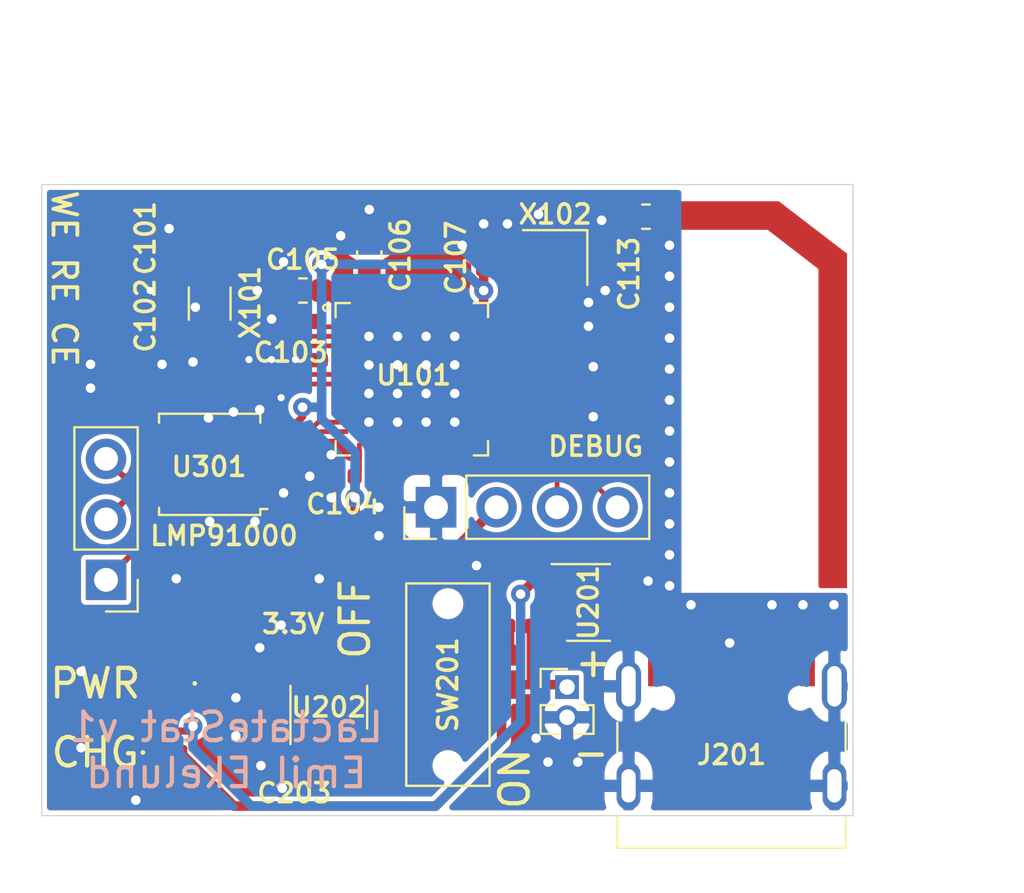
<source format=kicad_pcb>
(kicad_pcb (version 20171130) (host pcbnew "(5.1.6)-1")
  (layers (0 Top signal) (31 Bottom signal) (34 B.Paste user) (35 F.Paste user) (36 B.SilkS user) (37 F.SilkS user) (38 B.Mask user) (39 F.Mask user) (44 Edge.Cuts user))
  (net 0 "")
  (net 1 GND)
  (net 2 +3V3)
  (net 3 "Net-(AE101-Pad1)")
  (net 4 +BATT)
  (net 5 "Net-(C203-Pad1)")
  (net 6 "Net-(D201-Pad1)")
  (net 7 "Net-(D202-Pad2)")
  (net 8 "Net-(J201-PadB8)")
  (net 9 "Net-(J201-PadB5)")
  (net 10 "Net-(J201-PadA5)")
  (net 11 "Net-(J201-PadA8)")
  (net 12 "Net-(J201-PadB7)")
  (net 13 "Net-(J201-PadB6)")
  (net 14 "Net-(J201-PadA6)")
  (net 15 "Net-(J201-PadA7)")
  (net 16 "Net-(SW201-Pad1)")
  (net 17 "Net-(U101-Pad47)")
  (net 18 "Net-(U101-Pad44)")
  (net 19 "Net-(U101-Pad43)")
  (net 20 "Net-(U101-Pad42)")
  (net 21 "Net-(U101-Pad41)")
  (net 22 "Net-(U101-Pad40)")
  (net 23 "Net-(U101-Pad39)")
  (net 24 "Net-(U101-Pad38)")
  (net 25 "Net-(U101-Pad37)")
  (net 26 "Net-(U101-Pad29)")
  (net 27 "Net-(U101-Pad28)")
  (net 28 "Net-(U101-Pad27)")
  (net 29 "Net-(U101-Pad24)")
  (net 30 "Net-(U101-Pad23)")
  (net 31 "Net-(U101-Pad22)")
  (net 32 "Net-(U101-Pad21)")
  (net 33 "Net-(U101-Pad20)")
  (net 34 "Net-(U101-Pad19)")
  (net 35 "Net-(U101-Pad18)")
  (net 36 "Net-(U101-Pad17)")
  (net 37 "Net-(U101-Pad16)")
  (net 38 "Net-(U101-Pad15)")
  (net 39 "Net-(U101-Pad14)")
  (net 40 "Net-(U101-Pad9)")
  (net 41 "Net-(U202-Pad4)")
  (net 42 /XL1)
  (net 43 /XL2)
  (net 44 /DEC1)
  (net 45 /DEC4)
  (net 46 /DEC3)
  (net 47 /DEC2)
  (net 48 /ANT)
  (net 49 /XC2)
  (net 50 /XC1)
  (net 51 /SWDCLK)
  (net 52 /SWDIO)
  (net 53 "Net-(U101-Pad4)")
  (net 54 "Net-(U101-Pad8)")
  (net 55 "Net-(C201-Pad1)")
  (net 56 "Net-(U101-Pad5)")
  (net 57 /LMP91000/FILTERED_OUT)
  (net 58 /LMP91000/C2)
  (net 59 /LMP91000/C1)
  (net 60 /LMP91000/CE)
  (net 61 /LMP91000/RE)
  (net 62 /LMP91000/WE)
  (net 63 /power/PROG)
  (net 64 /power/STAT)
  (net 65 /LMP91000/LMP_OUT)
  (net 66 /LMP91000/SCL)
  (net 67 /LMP91000/SDA)
  (net 68 "Net-(U101-Pad10)")
  (net 69 "Net-(U301-Pad11)")
  (module Resistor_SMD:R_0201_0603Metric (layer Top) (at 144.42 101.8 180)
    (fp_text reference R205 hide)
    (fp_text value 120)
    (pad 2 smd roundrect (at 0.32 0 180) (size 0.46 0.4) (layers Top F.Mask) (net 7 "Net-(D202-Pad2)"))
    (pad 1 smd roundrect (at -0.32 0 180) (size 0.46 0.4) (layers Top F.Mask) (net 2 +3V3))
  )
  (module Resistor_SMD:R_0201_0603Metric (layer Top) (at 144.38 104.7)
    (fp_text reference R204 hide)
    (fp_text value 120)
    (pad 2 smd roundrect (at 0.32 0) (size 0.46 0.4) (layers Top F.Mask) (net 64 /power/STAT))
    (pad 1 smd roundrect (at -0.32 0) (size 0.46 0.4) (layers Top F.Mask) (net 6 "Net-(D201-Pad1)"))
  )
  (module Diode_SMD:D_0402_1005Metric (layer Top) (at 144.585 102.7 180)
    (fp_text reference D202 hide)
    (fp_text value LED)
    (pad 2 smd roundrect (at 0.485 0 180) (size 0.59 0.64) (layers Top F.Paste F.Mask) (net 7 "Net-(D202-Pad2)"))
    (pad 1 smd roundrect (at -0.485 0 180) (size 0.59 0.64) (layers Top F.Paste F.Mask) (net 1 GND))
  )
  (module Diode_SMD:D_0402_1005Metric (layer Top) (at 144.585 105.6)
    (fp_text reference D201 hide)
    (fp_text value LED)
    (pad 2 smd roundrect (at 0.485 0) (size 0.59 0.64) (layers Top F.Paste F.Mask) (net 4 +BATT))
    (pad 1 smd roundrect (at -0.485 0) (size 0.59 0.64) (layers Top F.Paste F.Mask) (net 6 "Net-(D201-Pad1)"))
  )
  (module Resistor_SMD:R_0201_0603Metric (layer Top) (at 169.28 101 180)
    (fp_text reference R202 hide)
    (fp_text value 5.1k)
    (pad 2 smd roundrect (at 0.32 0 180) (size 0.46 0.4) (layers Top F.Mask) (net 1 GND))
    (pad 1 smd roundrect (at -0.32 0 180) (size 0.46 0.4) (layers Top F.Mask) (net 9 "Net-(J201-PadB5)"))
  )
  (module Resistor_SMD:R_0201_0603Metric (layer Top) (at 166.98 101)
    (fp_text reference R201 hide)
    (fp_text value 5.1k)
    (pad 2 smd roundrect (at 0.32 0) (size 0.46 0.4) (layers Top F.Mask) (net 1 GND))
    (pad 1 smd roundrect (at -0.32 0) (size 0.46 0.4) (layers Top F.Mask) (net 10 "Net-(J201-PadA5)"))
  )
  (module Capacitor_SMD:C_0402_1005Metric (layer Top) (at 144.6 85 90)
    (fp_text reference C101 (at 1 -1 90) (layer F.SilkS) (effects (font (size 0.8 0.8))))
    (fp_text value 12pF)
    (pad 2 smd roundrect (at 0.485 0 90) (size 0.59 0.64) (layers Top F.Paste F.Mask) (net 1 GND))
    (pad 1 smd roundrect (at -0.485 0 90) (size 0.59 0.64) (layers Top F.Paste F.Mask) (net 42 /XL1))
  )
  (module Capacitor_SMD:C_0402_1005Metric (layer Top) (at 144.6 87.485 90)
    (fp_text reference C102 (at 0.235 -1 90) (layer F.SilkS) (effects (font (size 0.8 0.8))))
    (fp_text value 12pF)
    (pad 1 smd roundrect (at -0.485 0 90) (size 0.59 0.64) (layers Top F.Paste F.Mask) (net 43 /XL2))
    (pad 2 smd roundrect (at 0.485 0 90) (size 0.59 0.64) (layers Top F.Paste F.Mask) (net 1 GND))
  )
  (module Capacitor_SMD:C_0402_1005Metric (layer Top) (at 150.315 87.5 180)
    (fp_text reference C103 (at 0.615 -1.3) (layer F.SilkS) (effects (font (size 0.8 0.8))))
    (fp_text value 100nF)
    (pad 1 smd roundrect (at -0.485 0 180) (size 0.59 0.64) (layers Top F.Paste F.Mask) (net 44 /DEC1))
    (pad 2 smd roundrect (at 0.485 0 180) (size 0.59 0.64) (layers Top F.Paste F.Mask) (net 1 GND))
  )
  (module Capacitor_SMD:C_0402_1005Metric (layer Top) (at 151.9 94 180)
    (fp_text reference C104 (at 0 -1.17) (layer F.SilkS) (effects (font (size 0.8 0.8))))
    (fp_text value 100nF)
    (pad 1 smd roundrect (at -0.485 0 180) (size 0.59 0.64) (layers Top F.Paste F.Mask) (net 2 +3V3))
    (pad 2 smd roundrect (at 0.485 0 180) (size 0.59 0.64) (layers Top F.Paste F.Mask) (net 1 GND))
  )
  (module Capacitor_SMD:C_0603_1608Metric (layer Top) (at 150.2125 86.2 180)
    (fp_text reference C105 (at 0 1.3) (layer F.SilkS) (effects (font (size 0.8 0.8))))
    (fp_text value 4.7uF)
    (pad 1 smd roundrect (at -0.7875 0 180) (size 0.875 0.95) (layers Top F.Paste F.Mask) (net 2 +3V3))
    (pad 2 smd roundrect (at 0.7875 0 180) (size 0.875 0.95) (layers Top F.Paste F.Mask) (net 1 GND))
  )
  (module Capacitor_SMD:C_0603_1608Metric (layer Top) (at 153 84.7125 90)
    (fp_text reference C106 (at 0 1.3 90) (layer F.SilkS) (effects (font (size 0.8 0.8))))
    (fp_text value 1uF)
    (pad 2 smd roundrect (at 0.7875 0 90) (size 0.875 0.95) (layers Top F.Paste F.Mask) (net 1 GND))
    (pad 1 smd roundrect (at -0.7875 0 90) (size 0.875 0.95) (layers Top F.Paste F.Mask) (net 45 /DEC4))
  )
  (module Capacitor_SMD:C_0402_1005Metric (layer Top) (at 157.8 84.815 90)
    (fp_text reference C107 (at 0 -1.17 90) (layer F.SilkS) (effects (font (size 0.8 0.8))))
    (fp_text value 100nF)
    (pad 2 smd roundrect (at 0.485 0 90) (size 0.59 0.64) (layers Top F.Paste F.Mask) (net 1 GND))
    (pad 1 smd roundrect (at -0.485 0 90) (size 0.59 0.64) (layers Top F.Paste F.Mask) (net 2 +3V3))
  )
  (module Capacitor_SMD:C_0402_1005Metric (layer Top) (at 160.785 86.7)
    (fp_text reference C108 hide)
    (fp_text value 100pF)
    (pad 1 smd roundrect (at -0.485 0) (size 0.59 0.64) (layers Top F.Paste F.Mask) (net 46 /DEC3))
    (pad 2 smd roundrect (at 0.485 0) (size 0.59 0.64) (layers Top F.Paste F.Mask) (net 1 GND))
  )
  (module Capacitor_SMD:C_0402_1005Metric (layer Top) (at 160.785 87.7)
    (fp_text reference C109 hide)
    (fp_text value N.M)
    (pad 2 smd roundrect (at 0.485 0) (size 0.59 0.64) (layers Top F.Paste F.Mask) (net 1 GND))
    (pad 1 smd roundrect (at -0.485 0) (size 0.59 0.64) (layers Top F.Paste F.Mask) (net 47 /DEC2))
  )
  (module Capacitor_SMD:C_0402_1005Metric (layer Top) (at 159.35 89.915 90)
    (fp_text reference C110 hide)
    (fp_text value 0.8pF)
    (pad 1 smd roundrect (at -0.485 0 90) (size 0.59 0.64) (layers Top F.Paste F.Mask) (net 48 /ANT))
    (pad 2 smd roundrect (at 0.485 0 90) (size 0.59 0.64) (layers Top F.Paste F.Mask) (net 1 GND))
  )
  (module Capacitor_SMD:C_0603_1608Metric (layer Top) (at 164.6125 83.1 180)
    (fp_text reference C111 hide)
    (fp_text value N.M)
    (pad 2 smd roundrect (at 0.7875 0 180) (size 0.875 0.95) (layers Top F.Paste F.Mask) (net 1 GND))
    (pad 1 smd roundrect (at -0.7875 0 180) (size 0.875 0.95) (layers Top F.Paste F.Mask) (net 3 "Net-(AE101-Pad1)"))
  )
  (module Capacitor_SMD:C_0402_1005Metric (layer Top) (at 158.8 84.815 270)
    (fp_text reference C112 hide)
    (fp_text value 12pF)
    (pad 1 smd roundrect (at -0.485 0 270) (size 0.59 0.64) (layers Top F.Paste F.Mask) (net 1 GND))
    (pad 2 smd roundrect (at 0.485 0 270) (size 0.59 0.64) (layers Top F.Paste F.Mask) (net 49 /XC2))
  )
  (module Capacitor_SMD:C_0402_1005Metric (layer Top) (at 162.8 84.815 90)
    (fp_text reference C113 (at -0.685 1.1 90) (layer F.SilkS) (effects (font (size 0.8 0.8))))
    (fp_text value 12pF)
    (pad 2 smd roundrect (at 0.485 0 90) (size 0.59 0.64) (layers Top F.Paste F.Mask) (net 50 /XC1))
    (pad 1 smd roundrect (at -0.485 0 90) (size 0.59 0.64) (layers Top F.Paste F.Mask) (net 1 GND))
  )
  (module Inductor_SMD:L_0402_1005Metric (layer Top) (at 160.835 90.4)
    (fp_text reference L101 hide)
    (fp_text value 3.9nH)
    (pad 1 smd roundrect (at -0.485 0) (size 0.59 0.64) (layers Top F.Paste F.Mask) (net 48 /ANT))
    (pad 2 smd roundrect (at 0.485 0) (size 0.59 0.64) (layers Top F.Paste F.Mask) (net 3 "Net-(AE101-Pad1)"))
  )
  (module nRF52832_KiCad_Ref_Design:nRF52832_with_via_pads (layer Top) (at 154.784001 89.925)
    (fp_text reference U101 (at -1.584001 0.3) (layer F.SilkS) (effects (font (size 0.8 0.8)) (justify left bottom)))
    (fp_text value NRF52832)
    (pad PAD@VIA16 thru_hole circle (at 1.8 1.8 90) (size 0.908 0.908) (drill 0.4) (layers *.Cu *.Mask) (net 1 GND))
    (pad PAD@VIA15 thru_hole circle (at 1.8 0.6 90) (size 0.908 0.908) (drill 0.4) (layers *.Cu *.Mask) (net 1 GND))
    (pad PAD@VIA14 thru_hole circle (at 1.8 -0.6 90) (size 0.908 0.908) (drill 0.4) (layers *.Cu *.Mask) (net 1 GND))
    (pad PAD@VIA13 thru_hole circle (at 1.8 -1.8 90) (size 0.908 0.908) (drill 0.4) (layers *.Cu *.Mask) (net 1 GND))
    (pad PAD@VIA12 thru_hole circle (at 0.6 1.8 90) (size 0.908 0.908) (drill 0.4) (layers *.Cu *.Mask) (net 1 GND))
    (pad PAD@VIA11 thru_hole circle (at 0.6 0.6 90) (size 0.908 0.908) (drill 0.4) (layers *.Cu *.Mask) (net 1 GND))
    (pad PAD@VIA10 thru_hole circle (at 0.6 -0.6 90) (size 0.908 0.908) (drill 0.4) (layers *.Cu *.Mask) (net 1 GND))
    (pad PAD@VIA09 thru_hole circle (at 0.6 -1.8 90) (size 0.908 0.908) (drill 0.4) (layers *.Cu *.Mask) (net 1 GND))
    (pad PAD@VIA08 thru_hole circle (at -0.6 1.8 90) (size 0.908 0.908) (drill 0.4) (layers *.Cu *.Mask) (net 1 GND))
    (pad PAD@VIA07 thru_hole circle (at -0.6 0.6 90) (size 0.908 0.908) (drill 0.4) (layers *.Cu *.Mask) (net 1 GND))
    (pad PAD@VIA06 thru_hole circle (at -0.6 -0.6 90) (size 0.908 0.908) (drill 0.4) (layers *.Cu *.Mask) (net 1 GND))
    (pad PAD@VIA05 thru_hole circle (at -0.6 -1.8 90) (size 0.908 0.908) (drill 0.4) (layers *.Cu *.Mask) (net 1 GND))
    (pad PAD@VIA04 thru_hole circle (at -1.8 1.8 90) (size 0.908 0.908) (drill 0.4) (layers *.Cu *.Mask) (net 1 GND))
    (pad PAD@VIA03 thru_hole circle (at -1.8 0.6 90) (size 0.908 0.908) (drill 0.4) (layers *.Cu *.Mask) (net 1 GND))
    (pad PAD@VIA02 thru_hole circle (at -1.8 -0.6 90) (size 0.908 0.908) (drill 0.4) (layers *.Cu *.Mask) (net 1 GND))
    (pad PAD@VIA01 thru_hole circle (at -1.8 -1.8 180) (size 0.908 0.908) (drill 0.4) (layers *.Cu *.Mask) (net 1 GND))
    (pad PAD smd rect (at 0 0 270) (size 4.7 4.7) (layers Top F.Paste F.Mask) (net 1 GND))
    (pad 48 smd roundrect (at -2.2 -3 270) (size 0.65 0.2) (layers Top F.Paste F.Mask) (roundrect_rratio 0.15) (net 2 +3V3))
    (pad 47 smd roundrect (at -1.8 -3 270) (size 0.65 0.2) (layers Top F.Paste F.Mask) (roundrect_rratio 0.15) (net 17 "Net-(U101-Pad47)"))
    (pad 46 smd roundrect (at -1.4 -3 270) (size 0.65 0.2) (layers Top F.Paste F.Mask) (roundrect_rratio 0.15) (net 45 /DEC4))
    (pad 45 smd roundrect (at -1 -3 270) (size 0.65 0.2) (layers Top F.Paste F.Mask) (roundrect_rratio 0.15) (net 1 GND))
    (pad 44 smd roundrect (at -0.6 -3 270) (size 0.65 0.2) (layers Top F.Paste F.Mask) (roundrect_rratio 0.15) (net 18 "Net-(U101-Pad44)"))
    (pad 43 smd roundrect (at -0.2 -3 270) (size 0.65 0.2) (layers Top F.Paste F.Mask) (roundrect_rratio 0.15) (net 19 "Net-(U101-Pad43)"))
    (pad 42 smd roundrect (at 0.2 -3 270) (size 0.65 0.2) (layers Top F.Paste F.Mask) (roundrect_rratio 0.15) (net 20 "Net-(U101-Pad42)"))
    (pad 41 smd roundrect (at 0.6 -3 270) (size 0.65 0.2) (layers Top F.Paste F.Mask) (roundrect_rratio 0.15) (net 21 "Net-(U101-Pad41)"))
    (pad 40 smd roundrect (at 1 -3 270) (size 0.65 0.2) (layers Top F.Paste F.Mask) (roundrect_rratio 0.15) (net 22 "Net-(U101-Pad40)"))
    (pad 39 smd roundrect (at 1.4 -3 270) (size 0.65 0.2) (layers Top F.Paste F.Mask) (roundrect_rratio 0.15) (net 23 "Net-(U101-Pad39)"))
    (pad 38 smd roundrect (at 1.8 -3 270) (size 0.65 0.2) (layers Top F.Paste F.Mask) (roundrect_rratio 0.15) (net 24 "Net-(U101-Pad38)"))
    (pad 37 smd roundrect (at 2.2 -3 270) (size 0.65 0.2) (layers Top F.Paste F.Mask) (roundrect_rratio 0.15) (net 25 "Net-(U101-Pad37)"))
    (pad 36 smd roundrect (at 3 -2.2 180) (size 0.65 0.2) (layers Top F.Paste F.Mask) (roundrect_rratio 0.15) (net 2 +3V3))
    (pad 35 smd roundrect (at 3 -1.8 180) (size 0.65 0.2) (layers Top F.Paste F.Mask) (roundrect_rratio 0.15) (net 49 /XC2))
    (pad 34 smd roundrect (at 3 -1.4 180) (size 0.65 0.2) (layers Top F.Paste F.Mask) (roundrect_rratio 0.15) (net 50 /XC1))
    (pad 33 smd roundrect (at 3 -1 180) (size 0.65 0.2) (layers Top F.Paste F.Mask) (roundrect_rratio 0.15) (net 46 /DEC3))
    (pad 32 smd roundrect (at 3 -0.6 180) (size 0.65 0.2) (layers Top F.Paste F.Mask) (roundrect_rratio 0.15) (net 47 /DEC2))
    (pad 31 smd roundrect (at 3 -0.2 180) (size 0.65 0.2) (layers Top F.Paste F.Mask) (roundrect_rratio 0.15) (net 1 GND))
    (pad 30 smd roundrect (at 3 0.2 180) (size 0.65 0.2) (layers Top F.Paste F.Mask) (roundrect_rratio 0.15) (net 48 /ANT))
    (pad 29 smd roundrect (at 3 0.6 180) (size 0.65 0.2) (layers Top F.Paste F.Mask) (roundrect_rratio 0.15) (net 26 "Net-(U101-Pad29)"))
    (pad 28 smd roundrect (at 3 1 180) (size 0.65 0.2) (layers Top F.Paste F.Mask) (roundrect_rratio 0.15) (net 27 "Net-(U101-Pad28)"))
    (pad 27 smd roundrect (at 3 1.4 180) (size 0.65 0.2) (layers Top F.Paste F.Mask) (roundrect_rratio 0.15) (net 28 "Net-(U101-Pad27)"))
    (pad 26 smd roundrect (at 3 1.8 180) (size 0.65 0.2) (layers Top F.Paste F.Mask) (roundrect_rratio 0.15) (net 52 /SWDIO))
    (pad 25 smd roundrect (at 3 2.2 180) (size 0.65 0.2) (layers Top F.Paste F.Mask) (roundrect_rratio 0.15) (net 51 /SWDCLK))
    (pad 24 smd roundrect (at 2.2 3 90) (size 0.65 0.2) (layers Top F.Paste F.Mask) (roundrect_rratio 0.15) (net 29 "Net-(U101-Pad24)"))
    (pad 23 smd roundrect (at 1.8 3 90) (size 0.65 0.2) (layers Top F.Paste F.Mask) (roundrect_rratio 0.15) (net 30 "Net-(U101-Pad23)"))
    (pad 22 smd roundrect (at 1.4 3 90) (size 0.65 0.2) (layers Top F.Paste F.Mask) (roundrect_rratio 0.15) (net 31 "Net-(U101-Pad22)"))
    (pad 21 smd roundrect (at 1 3 90) (size 0.65 0.2) (layers Top F.Paste F.Mask) (roundrect_rratio 0.15) (net 32 "Net-(U101-Pad21)"))
    (pad 20 smd roundrect (at 0.6 3 90) (size 0.65 0.2) (layers Top F.Paste F.Mask) (roundrect_rratio 0.15) (net 33 "Net-(U101-Pad20)"))
    (pad 19 smd roundrect (at 0.2 3 90) (size 0.65 0.2) (layers Top F.Paste F.Mask) (roundrect_rratio 0.15) (net 34 "Net-(U101-Pad19)"))
    (pad 18 smd roundrect (at -0.2 3 90) (size 0.65 0.2) (layers Top F.Paste F.Mask) (roundrect_rratio 0.15) (net 35 "Net-(U101-Pad18)"))
    (pad 17 smd roundrect (at -0.6 3 90) (size 0.65 0.2) (layers Top F.Paste F.Mask) (roundrect_rratio 0.15) (net 36 "Net-(U101-Pad17)"))
    (pad 16 smd roundrect (at -1 3 90) (size 0.65 0.2) (layers Top F.Paste F.Mask) (roundrect_rratio 0.15) (net 37 "Net-(U101-Pad16)"))
    (pad 15 smd roundrect (at -1.4 3 90) (size 0.65 0.2) (layers Top F.Paste F.Mask) (roundrect_rratio 0.15) (net 38 "Net-(U101-Pad15)"))
    (pad 14 smd roundrect (at -1.8 3 90) (size 0.65 0.2) (layers Top F.Paste F.Mask) (roundrect_rratio 0.15) (net 39 "Net-(U101-Pad14)"))
    (pad 13 smd roundrect (at -2.2 3 90) (size 0.65 0.2) (layers Top F.Paste F.Mask) (roundrect_rratio 0.15) (net 2 +3V3))
    (pad 12 smd roundrect (at -3 2.2) (size 0.65 0.2) (layers Top F.Paste F.Mask) (roundrect_rratio 0.15) (net 66 /LMP91000/SCL))
    (pad 11 smd roundrect (at -3 1.8) (size 0.65 0.2) (layers Top F.Paste F.Mask) (roundrect_rratio 0.15) (net 67 /LMP91000/SDA))
    (pad 10 smd roundrect (at -3 1.4) (size 0.65 0.2) (layers Top F.Paste F.Mask) (roundrect_rratio 0.15) (net 68 "Net-(U101-Pad10)"))
    (pad 9 smd roundrect (at -3 1) (size 0.65 0.2) (layers Top F.Paste F.Mask) (roundrect_rratio 0.15) (net 40 "Net-(U101-Pad9)"))
    (pad 8 smd roundrect (at -3 0.6) (size 0.65 0.2) (layers Top F.Paste F.Mask) (roundrect_rratio 0.15) (net 54 "Net-(U101-Pad8)"))
    (pad 7 smd roundrect (at -3 0.2) (size 0.65 0.2) (layers Top F.Paste F.Mask) (roundrect_rratio 0.15) (net 65 /LMP91000/LMP_OUT))
    (pad 6 smd roundrect (at -3 -0.2) (size 0.65 0.2) (layers Top F.Paste F.Mask) (roundrect_rratio 0.15) (net 57 /LMP91000/FILTERED_OUT))
    (pad 5 smd roundrect (at -3 -0.6) (size 0.65 0.2) (layers Top F.Paste F.Mask) (roundrect_rratio 0.15) (net 56 "Net-(U101-Pad5)"))
    (pad 4 smd roundrect (at -3 -1) (size 0.65 0.2) (layers Top F.Paste F.Mask) (roundrect_rratio 0.15) (net 53 "Net-(U101-Pad4)"))
    (pad 3 smd roundrect (at -3 -1.4) (size 0.65 0.2) (layers Top F.Paste F.Mask) (roundrect_rratio 0.15) (net 43 /XL2))
    (pad 2 smd roundrect (at -3 -1.8) (size 0.65 0.2) (layers Top F.Paste F.Mask) (roundrect_rratio 0.15) (net 42 /XL1))
    (pad 1 smd roundrect (at -3 -2.2) (size 0.65 0.2) (layers Top F.Paste F.Mask) (roundrect_rratio 0.15) (net 44 /DEC1))
  )
  (module Crystal:Crystal_SMD_3215-2Pin_3.2x1.5mm (layer Top) (at 146.3 86.75 270)
    (fp_text reference X101 (at -0.05 -1.7 90) (layer F.SilkS) (effects (font (size 0.8 0.8))))
    (fp_text value 32.768kHz)
    (pad 1 smd rect (at 1.25 0 270) (size 1 1.8) (layers Top F.Paste F.Mask) (net 43 /XL2))
    (pad 2 smd rect (at -1.25 0 270) (size 1 1.8) (layers Top F.Paste F.Mask) (net 42 /XL1))
  )
  (module Crystal:Crystal_SMD_2016-4Pin_2.0x1.6mm (layer Top) (at 160.8 84.815 180)
    (fp_text reference X102 (at 0 1.815) (layer F.SilkS) (effects (font (size 0.8 0.8))))
    (fp_text value 32MHz)
    (pad 1 smd rect (at -0.7 0.55 180) (size 0.9 0.8) (layers Top F.Paste F.Mask) (net 50 /XC1))
    (pad 2 smd rect (at 0.7 0.55 180) (size 0.9 0.8) (layers Top F.Paste F.Mask) (net 1 GND))
    (pad 3 smd rect (at 0.7 -0.55 180) (size 0.9 0.8) (layers Top F.Paste F.Mask) (net 49 /XC2))
    (pad 4 smd rect (at -0.7 -0.55 180) (size 0.9 0.8) (layers Top F.Paste F.Mask) (net 1 GND))
  )
  (module Capacitor_SMD:C_0402_1005Metric (layer Top) (at 164.7 99.785 90)
    (fp_text reference C201 hide)
    (fp_text value 4.7uF)
    (pad 2 smd roundrect (at 0.485 0 90) (size 0.59 0.64) (layers Top F.Paste F.Mask) (net 1 GND))
    (pad 1 smd roundrect (at -0.485 0 90) (size 0.59 0.64) (layers Top F.Paste F.Mask) (net 55 "Net-(C201-Pad1)"))
  )
  (module Capacitor_SMD:C_0402_1005Metric (layer Top) (at 159.315 100.3 180)
    (fp_text reference C202 hide)
    (fp_text value 4.7uF)
    (pad 1 smd roundrect (at -0.485 0 180) (size 0.59 0.64) (layers Top F.Paste F.Mask) (net 4 +BATT))
    (pad 2 smd roundrect (at 0.485 0 180) (size 0.59 0.64) (layers Top F.Paste F.Mask) (net 1 GND))
  )
  (module Capacitor_SMD:C_0402_1005Metric (layer Top) (at 149.85 106.15 180)
    (fp_text reference C203 (at 0 -1.15) (layer F.SilkS) (effects (font (size 0.8 0.8))))
    (fp_text value 1uF)
    (pad 2 smd roundrect (at 0.485 0 180) (size 0.59 0.64) (layers Top F.Paste F.Mask) (net 1 GND))
    (pad 1 smd roundrect (at -0.485 0 180) (size 0.59 0.64) (layers Top F.Paste F.Mask) (net 5 "Net-(C203-Pad1)"))
  )
  (module Capacitor_SMD:C_0402_1005Metric (layer Top) (at 149.8 101.2 180)
    (fp_text reference C204 hide)
    (fp_text value 1uF)
    (pad 1 smd roundrect (at -0.485 0 180) (size 0.59 0.64) (layers Top F.Paste F.Mask) (net 2 +3V3))
    (pad 2 smd roundrect (at 0.485 0 180) (size 0.59 0.64) (layers Top F.Paste F.Mask) (net 1 GND))
  )
  (module Capacitor_SMD:C_0402_1005Metric (layer Top) (at 149.3 91.915 90)
    (fp_text reference C301 hide)
    (fp_text value 100nF)
    (pad 2 smd roundrect (at 0.485 0 90) (size 0.59 0.64) (layers Top F.Paste F.Mask) (net 1 GND))
    (pad 1 smd roundrect (at -0.485 0 90) (size 0.59 0.64) (layers Top F.Paste F.Mask) (net 2 +3V3))
  )
  (module Capacitor_SMD:C_0201_0603Metric (layer Top) (at 146.4 89.655 90)
    (fp_text reference C302 hide)
    (fp_text value 2.2uF)
    (pad 2 smd roundrect (at 0.32 0 90) (size 0.46 0.4) (layers Top F.Mask) (net 1 GND))
    (pad 1 smd roundrect (at -0.32 0 90) (size 0.46 0.4) (layers Top F.Mask) (net 57 /LMP91000/FILTERED_OUT))
  )
  (module Capacitor_SMD:C_0402_1005Metric (layer Top) (at 142.835 89.3 180)
    (fp_text reference C303 hide)
    (fp_text value 470pF)
    (pad 1 smd roundrect (at -0.485 0 180) (size 0.59 0.64) (layers Top F.Paste F.Mask) (net 58 /LMP91000/C2))
    (pad 2 smd roundrect (at 0.485 0 180) (size 0.59 0.64) (layers Top F.Paste F.Mask) (net 59 /LMP91000/C1))
  )
  (module Connector_PinHeader_2.54mm:PinHeader_1x04_P2.54mm_Vertical (layer Top) (at 155.8 95.3 90)
    (fp_text reference J101 hide)
    (fp_text value Conn_01x04)
    (pad 1 thru_hole rect (at 0 0 90) (size 1.7 1.7) (drill 1) (layers *.Cu *.Mask) (net 1 GND))
    (pad 2 thru_hole oval (at 0 2.54 90) (size 1.7 1.7) (drill 1) (layers *.Cu *.Mask) (net 2 +3V3))
    (pad 3 thru_hole oval (at 0 5.08 90) (size 1.7 1.7) (drill 1) (layers *.Cu *.Mask) (net 51 /SWDCLK))
    (pad 4 thru_hole oval (at 0 7.62 90) (size 1.7 1.7) (drill 1) (layers *.Cu *.Mask) (net 52 /SWDIO))
  )
  (module USB4105_REVA:GCT_USB4105_REVA (layer Top) (at 168.2 107)
    (fp_text reference J201 (at 0 -1.3) (layer F.SilkS) (effects (font (size 0.8 0.8))))
    (fp_text value USB4105_REVA)
    (pad G1 thru_hole oval (at -4.32 0) (size 1 2) (drill oval 0.6 1.4) (layers *.Cu *.Mask) (net 1 GND))
    (pad G2 thru_hole oval (at 4.32 0) (size 1 2) (drill oval 0.6 1.4) (layers *.Cu *.Mask) (net 1 GND))
    (pad G3 thru_hole oval (at -4.32 -4.18) (size 1.05 2.1) (drill oval 0.6 1.7) (layers *.Cu *.Mask) (net 1 GND))
    (pad G4 thru_hole oval (at 4.32 -4.18) (size 1.05 2.1) (drill oval 0.6 1.7) (layers *.Cu *.Mask) (net 1 GND))
    (pad None np_thru_hole circle (at 2.89 -3.68) (size 0.65 0.65) (drill 0.65) (layers *.Cu *.Mask))
    (pad None np_thru_hole circle (at -2.89 -3.68) (size 0.65 0.65) (drill 0.65) (layers *.Cu *.Mask))
    (pad A1/B12 smd rect (at -3.2 -4.755) (size 0.6 1.15) (layers Top F.Paste F.Mask) (net 1 GND))
    (pad B1/A12 smd rect (at 3.2 -4.755) (size 0.6 1.15) (layers Top F.Paste F.Mask) (net 1 GND))
    (pad A4/B9 smd rect (at -2.4 -4.755) (size 0.6 1.15) (layers Top F.Paste F.Mask) (net 55 "Net-(C201-Pad1)"))
    (pad B4/A9 smd rect (at 2.4 -4.755) (size 0.6 1.15) (layers Top F.Paste F.Mask) (net 55 "Net-(C201-Pad1)"))
    (pad A7 smd rect (at 0.25 -4.755) (size 0.3 1.15) (layers Top F.Paste F.Mask) (net 15 "Net-(J201-PadA7)"))
    (pad A6 smd rect (at -0.25 -4.755) (size 0.3 1.15) (layers Top F.Paste F.Mask) (net 14 "Net-(J201-PadA6)"))
    (pad B6 smd rect (at 0.75 -4.755) (size 0.3 1.15) (layers Top F.Paste F.Mask) (net 13 "Net-(J201-PadB6)"))
    (pad A8 smd rect (at 1.25 -4.755) (size 0.3 1.15) (layers Top F.Paste F.Mask) (net 11 "Net-(J201-PadA8)"))
    (pad B5 smd rect (at 1.75 -4.755) (size 0.3 1.15) (layers Top F.Paste F.Mask) (net 9 "Net-(J201-PadB5)"))
    (pad B7 smd rect (at -0.75 -4.755) (size 0.3 1.15) (layers Top F.Paste F.Mask) (net 12 "Net-(J201-PadB7)"))
    (pad A5 smd rect (at -1.25 -4.755) (size 0.3 1.15) (layers Top F.Paste F.Mask) (net 10 "Net-(J201-PadA5)"))
    (pad B8 smd rect (at -1.75 -4.755) (size 0.3 1.15) (layers Top F.Paste F.Mask) (net 8 "Net-(J201-PadB8)"))
  )
  (module Connector_PinHeader_1.27mm:PinHeader_1x02_P1.27mm_Vertical (layer Top) (at 161.3 102.85)
    (fp_text reference J202 hide)
    (fp_text value Conn_01x02)
    (pad 1 thru_hole rect (at 0 0) (size 1 1) (drill 0.65) (layers *.Cu *.Mask) (net 4 +BATT))
    (pad 2 thru_hole oval (at 0 1.27) (size 1 1) (drill 0.65) (layers *.Cu *.Mask) (net 1 GND))
  )
  (module Connector_PinHeader_2.54mm:PinHeader_1x03_P2.54mm_Vertical (layer Top) (at 141.95 98.35 180)
    (fp_text reference J302 hide)
    (fp_text value Conn_01x03)
    (pad 1 thru_hole rect (at 0 0 180) (size 1.7 1.7) (drill 1) (layers *.Cu *.Mask) (net 60 /LMP91000/CE))
    (pad 2 thru_hole oval (at 0 2.54 180) (size 1.7 1.7) (drill 1) (layers *.Cu *.Mask) (net 61 /LMP91000/RE))
    (pad 3 thru_hole oval (at 0 5.08 180) (size 1.7 1.7) (drill 1) (layers *.Cu *.Mask) (net 62 /LMP91000/WE))
  )
  (module Resistor_SMD:R_0402_1005Metric (layer Top) (at 158.915 97.7 180)
    (fp_text reference R203 hide)
    (fp_text value 10k)
    (pad 2 smd roundrect (at 0.485 0 180) (size 0.59 0.64) (layers Top F.Paste F.Mask) (net 1 GND))
    (pad 1 smd roundrect (at -0.485 0 180) (size 0.59 0.64) (layers Top F.Paste F.Mask) (net 63 /power/PROG))
  )
  (module Resistor_SMD:R_0201_0603Metric (layer Top) (at 145.295 90 180)
    (fp_text reference R301 hide)
    (fp_text value 10k)
    (pad 1 smd roundrect (at -0.32 0 180) (size 0.46 0.4) (layers Top F.Mask) (net 57 /LMP91000/FILTERED_OUT))
    (pad 2 smd roundrect (at 0.32 0 180) (size 0.46 0.4) (layers Top F.Mask) (net 65 /LMP91000/LMP_OUT))
  )
  (module Resistor_SMD:R_0402_1005Metric (layer Top) (at 142.835 90.3 180)
    (fp_text reference R302 hide)
    (fp_text value 2.7M)
    (pad 2 smd roundrect (at 0.485 0 180) (size 0.59 0.64) (layers Top F.Paste F.Mask) (net 59 /LMP91000/C1))
    (pad 1 smd roundrect (at -0.485 0 180) (size 0.59 0.64) (layers Top F.Paste F.Mask) (net 58 /LMP91000/C2))
  )
  (module "CL-SB-12B library:CL-SB-12B" (layer Top) (at 156.3 102.75 270)
    (fp_text reference SW201 (at 0 0 90) (layer F.SilkS) (effects (font (size 0.8 0.8))))
    (fp_text value SW_SPDT)
    (pad None np_thru_hole circle (at 3.4 0 270) (size 0.9 0.9) (drill 0.9) (layers *.Cu *.Mask))
    (pad 1 smd rect (at -2.5 2.25 270) (size 1.2 1.4) (layers Top F.Paste F.Mask) (net 16 "Net-(SW201-Pad1)"))
    (pad 2 smd rect (at 0 -2.25 270) (size 1.2 1.4) (layers Top F.Paste F.Mask) (net 4 +BATT))
    (pad 3 smd rect (at 2.5 2.25 270) (size 1.2 1.4) (layers Top F.Paste F.Mask) (net 5 "Net-(C203-Pad1)"))
    (pad None np_thru_hole circle (at -3.4 0 270) (size 0.9 0.9) (drill 0.9) (layers *.Cu *.Mask))
  )
  (module Package_TO_SOT_SMD:SOT-23-5 (layer Top) (at 162.2 99.3)
    (fp_text reference U201 (at 0 0 90) (layer F.SilkS) (effects (font (size 0.8 0.8))))
    (fp_text value MCP73831)
    (pad 5 smd rect (at 1.1 -0.95) (size 1.06 0.65) (layers Top F.Paste F.Mask) (net 63 /power/PROG))
    (pad 4 smd rect (at 1.1 0.95) (size 1.06 0.65) (layers Top F.Paste F.Mask) (net 55 "Net-(C201-Pad1)"))
    (pad 3 smd rect (at -1.1 0.95) (size 1.06 0.65) (layers Top F.Paste F.Mask) (net 4 +BATT))
    (pad 2 smd rect (at -1.1 0) (size 1.06 0.65) (layers Top F.Paste F.Mask) (net 1 GND))
    (pad 1 smd rect (at -1.1 -0.95) (size 1.06 0.65) (layers Top F.Paste F.Mask) (net 64 /power/STAT))
  )
  (module Package_TO_SOT_SMD:SOT-23-5 (layer Top) (at 151.3 103.7 90)
    (fp_text reference U202 (at 0 0 180) (layer F.SilkS) (effects (font (size 0.8 0.8))))
    (fp_text value TLV73333PDBV)
    (pad 1 smd rect (at -1.1 -0.95 90) (size 1.06 0.65) (layers Top F.Paste F.Mask) (net 5 "Net-(C203-Pad1)"))
    (pad 2 smd rect (at -1.1 0 90) (size 1.06 0.65) (layers Top F.Paste F.Mask) (net 1 GND))
    (pad 3 smd rect (at -1.1 0.95 90) (size 1.06 0.65) (layers Top F.Paste F.Mask) (net 5 "Net-(C203-Pad1)"))
    (pad 4 smd rect (at 1.1 0.95 90) (size 1.06 0.65) (layers Top F.Paste F.Mask) (net 41 "Net-(U202-Pad4)"))
    (pad 5 smd rect (at 1.1 -0.95 90) (size 1.06 0.65) (layers Top F.Paste F.Mask) (net 2 +3V3))
  )
  (module Package_SON:WSON-14-1EP_4.0x4.0mm_P0.5mm_EP2.6x2.6mm (layer Top) (at 146.3 93.5 180)
    (fp_text reference U301 (at 0.027363 -0.1) (layer F.SilkS) (effects (font (size 0.8 0.8))))
    (fp_text value LMP91000SD_NOPB)
    (pad 14 smd rect (at 1.9 -1.5 90) (size 0.25 0.6) (layers Top F.Paste F.Mask) (net 60 /LMP91000/CE))
    (pad 13 smd rect (at 1.9 -1 90) (size 0.25 0.6) (layers Top F.Paste F.Mask) (net 61 /LMP91000/RE))
    (pad 12 smd rect (at 1.9 -0.5 90) (size 0.25 0.6) (layers Top F.Paste F.Mask) (net 62 /LMP91000/WE))
    (pad 11 smd rect (at 1.9 0 90) (size 0.25 0.6) (layers Top F.Paste F.Mask) (net 69 "Net-(U301-Pad11)"))
    (pad 10 smd rect (at 1.9 0.5 90) (size 0.25 0.6) (layers Top F.Paste F.Mask) (net 59 /LMP91000/C1))
    (pad 9 smd rect (at 1.9 1 90) (size 0.25 0.6) (layers Top F.Paste F.Mask) (net 58 /LMP91000/C2))
    (pad 8 smd rect (at 1.9 1.5 90) (size 0.25 0.6) (layers Top F.Paste F.Mask) (net 65 /LMP91000/LMP_OUT))
    (pad 7 smd rect (at -1.9 1.5 90) (size 0.25 0.6) (layers Top F.Paste F.Mask) (net 1 GND))
    (pad 6 smd rect (at -1.9 1 90) (size 0.25 0.6) (layers Top F.Paste F.Mask) (net 2 +3V3))
    (pad 5 smd rect (at -1.9 0.5 90) (size 0.25 0.6) (layers Top F.Paste F.Mask))
    (pad 4 smd rect (at -1.9 0 90) (size 0.25 0.6) (layers Top F.Paste F.Mask) (net 67 /LMP91000/SDA))
    (pad 3 smd rect (at -1.9 -0.5 90) (size 0.25 0.6) (layers Top F.Paste F.Mask) (net 66 /LMP91000/SCL))
    (pad 2 smd rect (at -1.9 -1 90) (size 0.25 0.6) (layers Top F.Paste F.Mask) (net 1 GND))
    (pad 1 smd rect (at -1.9 -1.5 90) (size 0.25 0.6) (layers Top F.Paste F.Mask) (net 1 GND))
    (pad 15 smd rect (at 0.025 0 90) (size 2.6 2.6) (layers Top F.Mask) (net 1 GND))
  )
  (gr_text LMP91000 (at 146.9 96.5) (layer F.SilkS) (effects (font (size 0.8 0.8))))
  (gr_text "LactateStat v1\nEmil Ekelund" (at 147 105.5) (layer B.SilkS) (effects (font (size 1.2 1.2) (thickness 0.18)) (justify mirror)))
  (gr_text "WE RE CE" (at 140.2 85.7 270) (layer F.SilkS) (effects (font (size 1 1) (thickness 0.16))))
  (gr_text CHG (at 141.5 105.6) (layer F.SilkS) (effects (font (size 1.2 1.2) (thickness 0.18))))
  (gr_text PWR (at 141.5 102.7) (layer F.SilkS) (effects (font (size 1.2 1.2) (thickness 0.18))))
  (gr_text DEBUG (at 162.5 92.75) (layer F.SilkS) (effects (font (size 0.8 0.8))))
  (gr_text - (at 162.3 105.6) (layer F.SilkS) (effects (font (size 1.2 1.2) (thickness 0.18))))
  (gr_text + (at 162.4 101.8) (layer F.SilkS) (effects (font (size 1.2 1.2) (thickness 0.18))))
  (gr_text ON (at 159.1 106.7 90) (layer F.SilkS) (effects (font (size 1.2 1.2) (thickness 0.18))))
  (gr_text OFF (at 152.4 100 90) (layer F.SilkS) (effects (font (size 1.2 1.2) (thickness 0.18))))
  (gr_text 3.3V (at 149.8 100.2) (layer F.SilkS) (effects (font (size 0.8 0.8))))
  (gr_poly (pts (xy 170 83.55) (xy 165.15 83.55) (xy 165.15 82.55) (xy 170.125 82.55)) (layer Top) (width 0.2))
  (gr_poly (pts (xy 172.95 98.6) (xy 171.95 98.6) (xy 171.95 85.1) (xy 172.95 85.1)) (layer Top) (width 0.2))
  (gr_poly (pts (xy 172.95 84.7) (xy 172.95 85.15) (xy 171.95 85.25) (xy 169.75 83.55) (xy 170.15 82.55)) (layer Top) (width 0.2))
  (gr_line (start 139.25 108.25) (end 139.25 81.75) (layer Edge.Cuts) (width 0.05))
  (gr_line (start 173.3 108.25) (end 139.25 108.25) (layer Edge.Cuts) (width 0.05))
  (gr_line (start 173.3 81.75) (end 173.3 108.25) (layer Edge.Cuts) (width 0.05))
  (gr_line (start 139.25 81.75) (end 173.3 81.75) (layer Edge.Cuts) (width 0.05))
  (via (at 148.9 87.4) (size 0.8) (drill 0.4) (layers Top Bottom) (net 1))
  (via (at 148.3 86.2) (size 0.8) (drill 0.4) (layers Top Bottom) (net 1))
  (via (at 153 82.8) (size 0.8) (drill 0.4) (layers Top Bottom) (net 1))
  (via (at 151.8 83.9) (size 0.8) (drill 0.4) (layers Top Bottom) (net 1))
  (via (at 157.8 83.4) (size 0.8) (drill 0.4) (layers Top Bottom) (net 1))
  (via (at 156.9 84.3) (size 0.8) (drill 0.4) (layers Top Bottom) (net 1))
  (via (at 158.8 83.4) (size 0.8) (drill 0.4) (layers Top Bottom) (net 1))
  (via (at 160.1 83) (size 0.8) (drill 0.4) (layers Top Bottom) (net 1))
  (segment (start 158.865 84.265) (end 158.8 84.33) (width 0.3) (layer Top) (net 1))
  (segment (start 160.1 84.265) (end 158.865 84.265) (width 0.3) (layer Top) (net 1))
  (segment (start 162.735 85.365) (end 162.8 85.3) (width 0.3) (layer Top) (net 1))
  (segment (start 161.5 85.365) (end 162.735 85.365) (width 0.3) (layer Top) (net 1))
  (via (at 162.9 86.2) (size 0.8) (drill 0.4) (layers Top Bottom) (net 1))
  (segment (start 153.784001 87.725) (end 154.184001 88.125) (width 0.2) (layer Top) (net 1))
  (segment (start 153.784001 86.925) (end 153.784001 87.725) (width 0.2) (layer Top) (net 1))
  (via (at 151.4 93.1) (size 0.8) (drill 0.4) (layers Top Bottom) (net 1))
  (via (at 150.5 94) (size 0.8) (drill 0.4) (layers Top Bottom) (net 1))
  (via (at 151.4 94.9) (size 0.8) (drill 0.4) (layers Top Bottom) (net 1))
  (segment (start 156.984001 89.725) (end 156.584001 89.325) (width 0.2) (layer Top) (net 1))
  (segment (start 157.784001 89.725) (end 156.984001 89.725) (width 0.2) (layer Top) (net 1))
  (via (at 162.2 86.7) (size 0.8) (drill 0.4) (layers Top Bottom) (net 1))
  (via (at 162.2 87.7) (size 0.8) (drill 0.4) (layers Top Bottom) (net 1))
  (segment (start 159.055 89.725) (end 159.35 89.43) (width 0.2) (layer Top) (net 1))
  (segment (start 157.784001 89.725) (end 159.055 89.725) (width 0.2) (layer Top) (net 1))
  (via (at 162.4 89.4) (size 0.8) (drill 0.4) (layers Top Bottom) (net 1))
  (via (at 162.4 91.5) (size 0.8) (drill 0.4) (layers Top Bottom) (net 1))
  (via (at 145.7 86.9) (size 0.8) (drill 0.4) (layers Top Bottom) (net 1))
  (via (at 144.6 83.6) (size 0.8) (drill 0.4) (layers Top Bottom) (net 1))
  (via (at 149.4 85) (size 0.8) (drill 0.4) (layers Top Bottom) (net 1))
  (via (at 165.6 84.3) (size 0.8) (drill 0.4) (layers Top Bottom) (net 1))
  (via (at 165.6 85.6) (size 0.8) (drill 0.4) (layers Top Bottom) (net 1))
  (via (at 165.6 86.9) (size 0.8) (drill 0.4) (layers Top Bottom) (net 1))
  (via (at 165.6 88.2) (size 0.8) (drill 0.4) (layers Top Bottom) (net 1))
  (via (at 165.6 89.5) (size 0.8) (drill 0.4) (layers Top Bottom) (net 1))
  (via (at 165.6 90.8) (size 0.8) (drill 0.4) (layers Top Bottom) (net 1))
  (via (at 165.6 92.1) (size 0.8) (drill 0.4) (layers Top Bottom) (net 1))
  (via (at 165.6 93.4) (size 0.8) (drill 0.4) (layers Top Bottom) (net 1))
  (via (at 165.6 94.7) (size 0.8) (drill 0.4) (layers Top Bottom) (net 1))
  (via (at 165.6 96) (size 0.8) (drill 0.4) (layers Top Bottom) (net 1))
  (via (at 165.6 97.3) (size 0.8) (drill 0.4) (layers Top Bottom) (net 1))
  (via (at 165.6 98.6) (size 0.8) (drill 0.4) (layers Top Bottom) (net 1))
  (via (at 171.2 99.4) (size 0.8) (drill 0.4) (layers Top Bottom) (net 1))
  (via (at 172.5 99.4) (size 0.8) (drill 0.4) (layers Top Bottom) (net 1))
  (via (at 162.75 83.25) (size 0.8) (drill 0.4) (layers Top Bottom) (net 1))
  (via (at 143.8 86.2) (size 0.6) (drill 0.3) (layers Top Bottom) (net 1))
  (via (at 169.9 99.4) (size 0.8) (drill 0.4) (layers Top Bottom) (net 1))
  (via (at 168.125 101) (size 0.8) (drill 0.4) (layers Top Bottom) (net 1))
  (via (at 148.4 91.2) (size 0.8) (drill 0.4) (layers Top Bottom) (net 1))
  (via (at 147.3 91.3) (size 0.8) (drill 0.4) (layers Top Bottom) (net 1))
  (via (at 146.25 91.55) (size 0.8) (drill 0.4) (layers Top Bottom) (net 1))
  (via (at 145.6 89.2) (size 0.8) (drill 0.4) (layers Top Bottom) (net 1))
  (via (at 148.9 89.1) (size 0.6) (drill 0.3) (layers Top Bottom) (net 1))
  (via (at 149.9 89.1) (size 0.6) (drill 0.3) (layers Top Bottom) (net 1))
  (segment (start 147.775 95) (end 146.275 93.5) (width 0.25) (layer Top) (net 1))
  (segment (start 148.2 95) (end 147.775 95) (width 0.25) (layer Top) (net 1))
  (segment (start 148.2 94.5) (end 148.2 95) (width 0.25) (layer Top) (net 1))
  (via (at 149.35 107.1) (size 0.8) (drill 0.4) (layers Top Bottom) (net 1))
  (via (at 148.45 106.15) (size 0.8) (drill 0.4) (layers Top Bottom) (net 1))
  (via (at 149.3 100.25) (size 0.8) (drill 0.4) (layers Top Bottom) (net 1))
  (via (at 148.4 101.2) (size 0.8) (drill 0.4) (layers Top Bottom) (net 1))
  (via (at 164.7 98.4) (size 0.8) (drill 0.4) (layers Top Bottom) (net 1))
  (via (at 160 105) (size 0.8) (drill 0.4) (layers Top Bottom) (net 1))
  (via (at 160.5 106) (size 0.8) (drill 0.4) (layers Top Bottom) (net 1))
  (via (at 161.75 106) (size 0.8) (drill 0.4) (layers Top Bottom) (net 1))
  (via (at 157.5 97.75) (size 0.8) (drill 0.4) (layers Top Bottom) (net 1))
  (via (at 166.5 99.4) (size 0.8) (drill 0.4) (layers Top Bottom) (net 1))
  (via (at 147.4 103.3) (size 0.8) (drill 0.4) (layers Top Bottom) (net 1))
  (via (at 147.4 104.9) (size 0.8) (drill 0.4) (layers Top Bottom) (net 1))
  (via (at 144.3 89.3) (size 0.8) (drill 0.4) (layers Top Bottom) (net 1))
  (via (at 141.3 89.3) (size 0.8) (drill 0.4) (layers Top Bottom) (net 1))
  (via (at 141.3 90.3) (size 0.8) (drill 0.4) (layers Top Bottom) (net 1))
  (via (at 149.4 94.7) (size 0.8) (drill 0.4) (layers Top Bottom) (net 1))
  (via (at 148.2 95.9) (size 0.8) (drill 0.4) (layers Top Bottom) (net 1))
  (via (at 146.3 95.9) (size 0.8) (drill 0.4) (layers Top Bottom) (net 1))
  (via (at 153.4 96.5) (size 0.8) (drill 0.4) (layers Top Bottom) (net 1))
  (via (at 153.4 95.3) (size 0.8) (drill 0.4) (layers Top Bottom) (net 1))
  (via (at 149.3 90.7) (size 0.6) (drill 0.3) (layers Top Bottom) (net 1))
  (via (at 147.95 89.1) (size 0.6) (drill 0.3) (layers Top Bottom) (net 1))
  (segment (start 148.63 91.43) (end 148.4 91.2) (width 0.5) (layer Top) (net 1))
  (segment (start 149.3 91.43) (end 148.63 91.43) (width 0.5) (layer Top) (net 1))
  (segment (start 149.3 91.43) (end 149.3 90.7) (width 0.5) (layer Top) (net 1))
  (via (at 143.2 107.6) (size 0.8) (drill 0.4) (layers Top Bottom) (net 1))
  (via (at 140.9 105.4) (size 0.8) (drill 0.4) (layers Top Bottom) (net 1))
  (via (at 140.9 102.2) (size 0.8) (drill 0.4) (layers Top Bottom) (net 1))
  (via (at 144.9 98.3) (size 0.8) (drill 0.4) (layers Top Bottom) (net 1))
  (via (at 150.9 98.3) (size 0.8) (drill 0.4) (layers Top Bottom) (net 1))
  (via (at 152.4 94.9) (size 0.8) (drill 0.4) (layers Top Bottom) (net 2))
  (via (at 157.8 86.2) (size 0.8) (drill 0.4) (layers Top Bottom) (net 2))
  (via (at 151 85.1) (size 0.8) (drill 0.4) (layers Top Bottom) (net 2))
  (segment (start 151.725 86.925) (end 151 86.2) (width 0.2) (layer Top) (net 2))
  (segment (start 152.584001 86.925) (end 151.725 86.925) (width 0.2) (layer Top) (net 2))
  (segment (start 151 86.2) (end 151 85.1) (width 0.4) (layer Top) (net 2))
  (segment (start 156.7 85.1) (end 157.8 86.2) (width 0.4) (layer Bottom) (net 2))
  (segment (start 151 85.1) (end 156.7 85.1) (width 0.4) (layer Bottom) (net 2))
  (segment (start 157.8 86.2) (end 157.8 87.6) (width 0.4) (layer Top) (net 2))
  (segment (start 157.8 86.2) (end 157.8 85.3) (width 0.4) (layer Top) (net 2))
  (segment (start 152.4 92.989998) (end 151 91.589998) (width 0.4) (layer Bottom) (net 2))
  (segment (start 152.4 94.9) (end 152.4 92.989998) (width 0.4) (layer Bottom) (net 2))
  (segment (start 152.4 94.015) (end 152.385 94) (width 0.4) (layer Top) (net 2))
  (segment (start 152.4 94.9) (end 152.4 94.015) (width 0.4) (layer Top) (net 2))
  (segment (start 152.584001 93.800999) (end 152.385 94) (width 0.2) (layer Top) (net 2))
  (segment (start 152.584001 92.925) (end 152.584001 93.800999) (width 0.2) (layer Top) (net 2))
  (segment (start 151 91.589998) (end 151 91.2) (width 0.4) (layer Bottom) (net 2))
  (segment (start 151 91.2) (end 151 90.9) (width 0.4) (layer Bottom) (net 2))
  (segment (start 151 90.9) (end 151 85.1) (width 0.4) (layer Bottom) (net 2))
  (segment (start 150.35 101.265) (end 150.285 101.2) (width 0.4) (layer Top) (net 2))
  (segment (start 150.35 102.6) (end 150.35 101.265) (width 0.4) (layer Top) (net 2))
  (segment (start 150.285 101.2) (end 152.4 99.085) (width 0.4) (layer Top) (net 2))
  (segment (start 156.14 97.5) (end 152.4 97.5) (width 0.4) (layer Top) (net 2))
  (segment (start 152.4 99.085) (end 152.4 97.5) (width 0.4) (layer Top) (net 2))
  (segment (start 158.34 95.3) (end 156.14 97.5) (width 0.4) (layer Top) (net 2))
  (segment (start 152.4 97.5) (end 152.4 94.9) (width 0.4) (layer Top) (net 2))
  (segment (start 150.35 102.6) (end 146.8 102.6) (width 0.3) (layer Top) (net 2))
  (segment (start 146 101.8) (end 144.74 101.8) (width 0.3) (layer Top) (net 2))
  (segment (start 146.8 102.6) (end 146 101.8) (width 0.3) (layer Top) (net 2))
  (segment (start 150.2 91.1) (end 150.9 91.1) (width 0.4) (layer Bottom) (net 2))
  (segment (start 150.9 91.1) (end 151 91.2) (width 0.4) (layer Bottom) (net 2))
  (via (at 150.2 91.1) (size 0.8) (drill 0.4) (layers Top Bottom) (net 2))
  (segment (start 149.2 92.5) (end 149.3 92.4) (width 0.2) (layer Top) (net 2))
  (segment (start 148.2 92.5) (end 149.2 92.5) (width 0.2) (layer Top) (net 2))
  (segment (start 150.2 91.5) (end 149.3 92.4) (width 0.3) (layer Top) (net 2))
  (segment (start 150.2 91.1) (end 150.2 91.5) (width 0.3) (layer Top) (net 2))
  (segment (start 162.658002 90.4) (end 164.3 88.758002) (width 0.6) (layer Top) (net 3))
  (segment (start 161.32 90.4) (end 162.658002 90.4) (width 0.6) (layer Top) (net 3))
  (segment (start 164.3 84.2) (end 165.4 83.1) (width 0.6) (layer Top) (net 3))
  (segment (start 164.3 88.758002) (end 164.3 84.2) (width 0.6) (layer Top) (net 3))
  (segment (start 159.85 100.25) (end 159.8 100.3) (width 0.4) (layer Top) (net 4))
  (segment (start 161.1 100.25) (end 159.85 100.25) (width 0.4) (layer Top) (net 4))
  (segment (start 161.3 102.85) (end 161.3 102.7) (width 0.4) (layer Top) (net 4))
  (segment (start 161.2 102.75) (end 161.3 102.85) (width 0.4) (layer Top) (net 4))
  (segment (start 159.8 102.7) (end 159.75 102.75) (width 0.4) (layer Top) (net 4))
  (segment (start 158.55 102.75) (end 159.75 102.75) (width 0.4) (layer Top) (net 4))
  (segment (start 159.8 100.3) (end 159.8 102.7) (width 0.4) (layer Top) (net 4))
  (segment (start 159.75 102.75) (end 161.2 102.75) (width 0.4) (layer Top) (net 4))
  (segment (start 155.784001 107.850001) (end 147.320001 107.850001) (width 0.4) (layer Top) (net 4))
  (segment (start 158.55 105.084002) (end 155.784001 107.850001) (width 0.4) (layer Top) (net 4))
  (segment (start 147.320001 107.850001) (end 145.07 105.6) (width 0.4) (layer Top) (net 4))
  (segment (start 158.55 102.75) (end 158.55 105.084002) (width 0.4) (layer Top) (net 4))
  (segment (start 152.7 105.25) (end 152.25 104.8) (width 0.4) (layer Top) (net 5))
  (segment (start 154.05 105.25) (end 152.7 105.25) (width 0.4) (layer Top) (net 5))
  (segment (start 150.335 104.815) (end 150.35 104.8) (width 0.4) (layer Top) (net 5))
  (segment (start 150.335 106.15) (end 150.335 104.815) (width 0.4) (layer Top) (net 5))
  (segment (start 154.05 105.25) (end 154.05 105.9) (width 0.4) (layer Top) (net 5))
  (segment (start 153.8 106.15) (end 150.335 106.15) (width 0.4) (layer Top) (net 5))
  (segment (start 154.05 105.9) (end 153.8 106.15) (width 0.4) (layer Top) (net 5))
  (segment (start 144.1 104.74) (end 144.06 104.7) (width 0.3) (layer Top) (net 6))
  (segment (start 144.1 105.6) (end 144.1 104.74) (width 0.3) (layer Top) (net 6))
  (segment (start 144.1 101.8) (end 144.1 102.7) (width 0.3) (layer Top) (net 7))
  (segment (start 169.95 101.35) (end 169.6 101) (width 0.2) (layer Top) (net 9))
  (segment (start 169.95 102.245) (end 169.95 101.35) (width 0.2) (layer Top) (net 9))
  (segment (start 166.66 101.2) (end 166.66 101) (width 0.2) (layer Top) (net 10))
  (segment (start 166.95 102.245) (end 166.95 101.49) (width 0.2) (layer Top) (net 10))
  (segment (start 166.95 101.49) (end 166.66 101.2) (width 0.2) (layer Top) (net 10))
  (segment (start 146.3 85.762002) (end 146.3 85.5) (width 0.2) (layer Top) (net 42))
  (segment (start 148.662998 88.125) (end 146.3 85.762002) (width 0.2) (layer Top) (net 42))
  (segment (start 151.784001 88.125) (end 148.662998 88.125) (width 0.2) (layer Top) (net 42))
  (segment (start 144.615 85.5) (end 144.6 85.485) (width 0.2) (layer Top) (net 42))
  (segment (start 146.3 85.5) (end 144.615 85.5) (width 0.2) (layer Top) (net 42))
  (segment (start 146.825 88.525) (end 146.3 88) (width 0.2) (layer Top) (net 43))
  (segment (start 151.784001 88.525) (end 146.825 88.525) (width 0.2) (layer Top) (net 43))
  (segment (start 144.63 88) (end 144.6 87.97) (width 0.2) (layer Top) (net 43))
  (segment (start 146.3 88) (end 144.63 88) (width 0.2) (layer Top) (net 43))
  (segment (start 151.025 87.725) (end 150.8 87.5) (width 0.2) (layer Top) (net 44))
  (segment (start 151.784001 87.725) (end 151.025 87.725) (width 0.2) (layer Top) (net 44))
  (segment (start 153.384001 85.884001) (end 153 85.5) (width 0.2) (layer Top) (net 45))
  (segment (start 153.384001 86.925) (end 153.384001 85.884001) (width 0.2) (layer Top) (net 45))
  (segment (start 158.364976 88.925) (end 158.475 88.925) (width 0.2) (layer Top) (net 46))
  (segment (start 157.784001 88.925) (end 158.364976 88.925) (width 0.2) (layer Top) (net 46))
  (segment (start 158.475 88.925) (end 159.2 88.2) (width 0.2) (layer Top) (net 46))
  (segment (start 159.2 88.2) (end 159.2 88.089976) (width 0.2) (layer Top) (net 46))
  (segment (start 160.3 86.7) (end 159.80002 86.7) (width 0.2) (layer Top) (net 46))
  (segment (start 159.20002 88.089956) (end 159.2 88.089976) (width 0.2) (layer Top) (net 46))
  (segment (start 159.20002 87.3) (end 159.20002 88.089956) (width 0.2) (layer Top) (net 46))
  (segment (start 159.80002 86.7) (end 159.20002 87.3) (width 0.2) (layer Top) (net 46))
  (segment (start 160.194988 87.7) (end 160.3 87.7) (width 0.2) (layer Top) (net 47))
  (segment (start 158.569988 89.325) (end 160.194988 87.7) (width 0.2) (layer Top) (net 47))
  (segment (start 157.784001 89.325) (end 158.569988 89.325) (width 0.2) (layer Top) (net 47))
  (segment (start 159.075 90.125) (end 159.35 90.4) (width 0.2) (layer Top) (net 48))
  (segment (start 157.784001 90.125) (end 159.075 90.125) (width 0.2) (layer Top) (net 48))
  (segment (start 159.35 90.4) (end 160.35 90.4) (width 0.4) (layer Top) (net 48))
  (segment (start 158.865 85.365) (end 158.8 85.3) (width 0.3) (layer Top) (net 49))
  (segment (start 160.1 85.365) (end 158.865 85.365) (width 0.3) (layer Top) (net 49))
  (segment (start 157.784001 88.125) (end 158.175 88.125) (width 0.2) (layer Top) (net 49))
  (segment (start 158.175 88.125) (end 158.5 87.8) (width 0.2) (layer Top) (net 49))
  (segment (start 158.5 86.965) (end 160.1 85.365) (width 0.2) (layer Top) (net 49))
  (segment (start 158.5 87.8) (end 158.5 86.965) (width 0.2) (layer Top) (net 49))
  (segment (start 162.735 84.265) (end 162.8 84.33) (width 0.3) (layer Top) (net 50))
  (segment (start 161.5 84.265) (end 162.735 84.265) (width 0.3) (layer Top) (net 50))
  (segment (start 158.85001 87.944978) (end 158.85001 87.24999) (width 0.2) (layer Top) (net 50))
  (segment (start 157.784001 88.525) (end 158.269988 88.525) (width 0.2) (layer Top) (net 50))
  (segment (start 158.269988 88.525) (end 158.85001 87.944978) (width 0.2) (layer Top) (net 50))
  (segment (start 158.85001 87.24999) (end 158.85001 87.109978) (width 0.2) (layer Top) (net 50))
  (segment (start 158.85001 87.109978) (end 159.859988 86.1) (width 0.2) (layer Top) (net 50))
  (segment (start 159.859988 86.1) (end 160.6 86.1) (width 0.2) (layer Top) (net 50))
  (segment (start 160.6 86.1) (end 160.7 86.1) (width 0.2) (layer Top) (net 50))
  (segment (start 160.7 86.1) (end 160.8 86) (width 0.2) (layer Top) (net 50))
  (segment (start 161.344998 84.265) (end 161.5 84.265) (width 0.15) (layer Top) (net 50))
  (segment (start 160.8 84.809998) (end 161.344998 84.265) (width 0.15) (layer Top) (net 50))
  (segment (start 160.8 86) (end 160.8 84.809998) (width 0.15) (layer Top) (net 50))
  (segment (start 157.784001 92.125) (end 159.750012 92.125) (width 0.2) (layer Top) (net 51))
  (segment (start 160.88 93.254988) (end 160.88 95.3) (width 0.2) (layer Top) (net 51))
  (segment (start 159.750012 92.125) (end 160.88 93.254988) (width 0.2) (layer Top) (net 51))
  (segment (start 159.845 91.725) (end 163.42 95.3) (width 0.2) (layer Top) (net 52))
  (segment (start 157.784001 91.725) (end 159.845 91.725) (width 0.2) (layer Top) (net 52))
  (segment (start 170.6 101.062876) (end 169.737123 100.199999) (width 0.5) (layer Top) (net 55))
  (segment (start 164.770001 100.199999) (end 164.7 100.27) (width 0.5) (layer Top) (net 55))
  (segment (start 170.6 102.245) (end 170.6 101.062876) (width 0.5) (layer Top) (net 55))
  (segment (start 165.800001 101.169999) (end 165.800001 100.199999) (width 0.5) (layer Top) (net 55))
  (segment (start 165.8 102.245) (end 165.800001 101.169999) (width 0.5) (layer Top) (net 55))
  (segment (start 169.737123 100.199999) (end 165.800001 100.199999) (width 0.5) (layer Top) (net 55))
  (segment (start 165.800001 100.199999) (end 164.770001 100.199999) (width 0.5) (layer Top) (net 55))
  (segment (start 163.32 100.27) (end 163.3 100.25) (width 0.5) (layer Top) (net 55))
  (segment (start 164.7 100.27) (end 163.32 100.27) (width 0.5) (layer Top) (net 55))
  (segment (start 146.375 90) (end 146.4 89.975) (width 0.2) (layer Top) (net 57))
  (segment (start 145.615 90) (end 146.375 90) (width 0.2) (layer Top) (net 57))
  (segment (start 148.96601 89.725) (end 151.784001 89.725) (width 0.2) (layer Top) (net 57))
  (segment (start 148.71601 89.975) (end 148.96601 89.725) (width 0.2) (layer Top) (net 57))
  (segment (start 146.4 89.975) (end 148.71601 89.975) (width 0.2) (layer Top) (net 57))
  (segment (start 143.32 91.97) (end 143.32 90.3) (width 0.25) (layer Top) (net 58))
  (segment (start 143.85 92.5) (end 143.32 91.97) (width 0.25) (layer Top) (net 58))
  (segment (start 144.4 92.5) (end 143.85 92.5) (width 0.25) (layer Top) (net 58))
  (segment (start 143.32 90.3) (end 143.32 89.3) (width 0.25) (layer Top) (net 58))
  (segment (start 142.35 91.565698) (end 142.35 90.3) (width 0.25) (layer Top) (net 59))
  (segment (start 143.784302 93) (end 142.35 91.565698) (width 0.25) (layer Top) (net 59))
  (segment (start 144.4 93) (end 143.784302 93) (width 0.25) (layer Top) (net 59))
  (segment (start 142.35 90.3) (end 142.35 89.3) (width 0.25) (layer Top) (net 59))
  (segment (start 144.4 95.9) (end 141.95 98.35) (width 0.25) (layer Top) (net 60))
  (segment (start 144.4 95) (end 144.4 95.9) (width 0.25) (layer Top) (net 60))
  (segment (start 143.26 94.5) (end 141.95 95.81) (width 0.25) (layer Top) (net 61))
  (segment (start 144.4 94.5) (end 143.26 94.5) (width 0.25) (layer Top) (net 61))
  (segment (start 142.68 94) (end 141.95 93.27) (width 0.25) (layer Top) (net 62))
  (segment (start 144.4 94) (end 142.68 94) (width 0.25) (layer Top) (net 62))
  (segment (start 163.3 98.35) (end 163.3 97.65) (width 0.5) (layer Top) (net 63))
  (segment (start 163.3 97.65) (end 162.9 97.25) (width 0.5) (layer Top) (net 63))
  (segment (start 159.85 97.25) (end 159.4 97.7) (width 0.5) (layer Top) (net 63))
  (segment (start 162.9 97.25) (end 159.85 97.25) (width 0.5) (layer Top) (net 63))
  (via (at 145.6 104.5) (size 0.8) (drill 0.4) (layers Top Bottom) (net 64))
  (via (at 159.35 98.95) (size 0.8) (drill 0.4) (layers Top Bottom) (net 64))
  (segment (start 145.4 104.7) (end 145.6 104.5) (width 0.3) (layer Top) (net 64))
  (segment (start 144.7 104.7) (end 145.4 104.7) (width 0.3) (layer Top) (net 64))
  (segment (start 159.35 98.95) (end 159.35 104.284002) (width 0.4) (layer Bottom) (net 64))
  (segment (start 155.784001 107.850001) (end 148.050001 107.850001) (width 0.4) (layer Bottom) (net 64))
  (segment (start 159.35 104.284002) (end 155.784001 107.850001) (width 0.4) (layer Bottom) (net 64))
  (segment (start 145.6 105.4) (end 145.6 104.5) (width 0.4) (layer Bottom) (net 64))
  (segment (start 148.050001 107.850001) (end 145.6 105.4) (width 0.4) (layer Bottom) (net 64))
  (segment (start 159.95 98.35) (end 159.35 98.95) (width 0.4) (layer Top) (net 64))
  (segment (start 161.1 98.35) (end 159.95 98.35) (width 0.4) (layer Top) (net 64))
  (segment (start 149.060998 90.125) (end 151.784001 90.125) (width 0.2) (layer Top) (net 65))
  (segment (start 148.635999 90.549999) (end 149.060998 90.125) (width 0.2) (layer Top) (net 65))
  (segment (start 144.4 90.575) (end 144.975 90) (width 0.2) (layer Top) (net 65))
  (segment (start 144.4 92) (end 144.4 90.575) (width 0.2) (layer Top) (net 65))
  (segment (start 144.4 92) (end 144.724999 91.999999) (width 0.2) (layer Top) (net 65))
  (segment (start 146.174999 90.549999) (end 146.950001 90.549999) (width 0.2) (layer Top) (net 65))
  (segment (start 144.724999 91.999999) (end 146.174999 90.549999) (width 0.2) (layer Top) (net 65))
  (segment (start 146.950001 90.549999) (end 148.635999 90.549999) (width 0.2) (layer Top) (net 65))
  (segment (start 149.077154 94) (end 148.2 94) (width 0.2) (layer Top) (net 66))
  (segment (start 150.952154 92.125) (end 149.077154 94) (width 0.2) (layer Top) (net 66))
  (segment (start 151.784001 92.125) (end 150.952154 92.125) (width 0.2) (layer Top) (net 66))
  (segment (start 149.082166 93.5) (end 148.2 93.5) (width 0.2) (layer Top) (net 67))
  (segment (start 150.857166 91.725) (end 149.082166 93.5) (width 0.2) (layer Top) (net 67))
  (segment (start 151.784001 91.725) (end 150.857166 91.725) (width 0.2) (layer Top) (net 67))
  (zone (net 1) (net_name GND) (layer Top) (connect_pads (clearance 0.2)) (min_thickness 0.254) (fill yes (arc_segments 32) (thermal_gap 0.508) (thermal_bridge_width 0.508))
    (polygon (pts (xy 180.5 111.5) (xy 137.5 111.5) (xy 137.5 74) (xy 180 74)))
  )
  (zone (net 1) (net_name GND) (layer Bottom) (connect_pads (clearance 0.2)) (min_thickness 0.254) (fill yes (arc_segments 32) (thermal_gap 0.508) (thermal_bridge_width 0.508))
    (polygon (pts (xy 180.5 111.5) (xy 137.5 111.5) (xy 137.5 74) (xy 180 74)))
  )
  (zone (net 0) (net_name "") (layer Top) (connect_pads (clearance 0.2)) (min_thickness 0.254)
    (keepout (tracks allowed) (vias allowed) (copperpour not_allowed))
    (fill (arc_segments 32) (thermal_gap 0.508) (thermal_bridge_width 0.508))
    (polygon (pts (xy 161.95 91.825) (xy 158.125 91.825) (xy 158.125 88.025) (xy 161.95 88.025)))
  )
  (zone (net 0) (net_name "") (layers F&B.Cu) (connect_pads (clearance 0.2)) (min_thickness 0.254)
    (keepout (tracks allowed) (vias allowed) (copperpour not_allowed))
    (fill (arc_segments 32) (thermal_gap 0.508) (thermal_bridge_width 0.508))
    (polygon (pts (xy 174.1 98.9) (xy 166.1 98.9) (xy 166.1 81.75) (xy 174.1 81.75)))
  )
)
</source>
